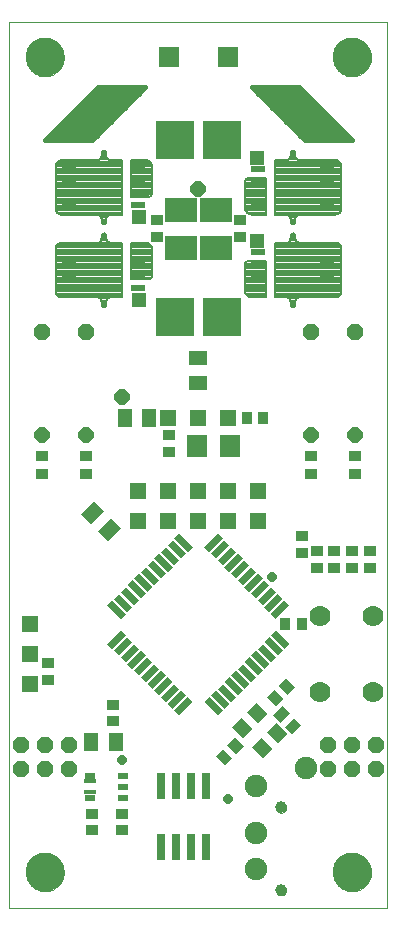
<source format=gbs>
G75*
G70*
%OFA0B0*%
%FSLAX24Y24*%
%IPPOS*%
%LPD*%
%AMOC8*
5,1,8,0,0,1.08239X$1,22.5*
%
%ADD10C,0.0000*%
%ADD11C,0.1300*%
%ADD12C,0.0157*%
%ADD13R,0.0512X0.0237*%
%ADD14R,0.0157X0.0157*%
%ADD15C,0.0079*%
%ADD16R,0.0434X0.0355*%
%ADD17R,0.0555X0.0555*%
%ADD18R,0.0355X0.0237*%
%ADD19R,0.0394X0.0118*%
%ADD20R,0.0631X0.0237*%
%ADD21R,0.0237X0.0631*%
%ADD22C,0.0394*%
%ADD23C,0.0749*%
%ADD24C,0.0700*%
%ADD25R,0.0276X0.0906*%
%ADD26OC8,0.0555*%
%ADD27R,0.0355X0.0434*%
%ADD28R,0.0473X0.0631*%
%ADD29R,0.1064X0.0827*%
%ADD30R,0.0631X0.0473*%
%ADD31R,0.0512X0.0434*%
%ADD32R,0.0709X0.0749*%
%ADD33R,0.1306X0.1306*%
%ADD34OC8,0.0512*%
%ADD35R,0.0690X0.0690*%
%ADD36R,0.0512X0.0512*%
%ADD37OC8,0.0317*%
D10*
X000139Y000927D02*
X000139Y030454D01*
X012738Y030454D01*
X012738Y000927D01*
X000139Y000927D01*
X000690Y002108D02*
X000692Y002158D01*
X000698Y002208D01*
X000708Y002257D01*
X000722Y002305D01*
X000739Y002352D01*
X000760Y002397D01*
X000785Y002441D01*
X000813Y002482D01*
X000845Y002521D01*
X000879Y002558D01*
X000916Y002592D01*
X000956Y002622D01*
X000998Y002649D01*
X001042Y002673D01*
X001088Y002694D01*
X001135Y002710D01*
X001183Y002723D01*
X001233Y002732D01*
X001282Y002737D01*
X001333Y002738D01*
X001383Y002735D01*
X001432Y002728D01*
X001481Y002717D01*
X001529Y002702D01*
X001575Y002684D01*
X001620Y002662D01*
X001663Y002636D01*
X001704Y002607D01*
X001743Y002575D01*
X001779Y002540D01*
X001811Y002502D01*
X001841Y002462D01*
X001868Y002419D01*
X001891Y002375D01*
X001910Y002329D01*
X001926Y002281D01*
X001938Y002232D01*
X001946Y002183D01*
X001950Y002133D01*
X001950Y002083D01*
X001946Y002033D01*
X001938Y001984D01*
X001926Y001935D01*
X001910Y001887D01*
X001891Y001841D01*
X001868Y001797D01*
X001841Y001754D01*
X001811Y001714D01*
X001779Y001676D01*
X001743Y001641D01*
X001704Y001609D01*
X001663Y001580D01*
X001620Y001554D01*
X001575Y001532D01*
X001529Y001514D01*
X001481Y001499D01*
X001432Y001488D01*
X001383Y001481D01*
X001333Y001478D01*
X001282Y001479D01*
X001233Y001484D01*
X001183Y001493D01*
X001135Y001506D01*
X001088Y001522D01*
X001042Y001543D01*
X000998Y001567D01*
X000956Y001594D01*
X000916Y001624D01*
X000879Y001658D01*
X000845Y001695D01*
X000813Y001734D01*
X000785Y001775D01*
X000760Y001819D01*
X000739Y001864D01*
X000722Y001911D01*
X000708Y001959D01*
X000698Y002008D01*
X000692Y002058D01*
X000690Y002108D01*
X009017Y001517D02*
X009019Y001543D01*
X009025Y001569D01*
X009035Y001594D01*
X009048Y001617D01*
X009064Y001637D01*
X009084Y001655D01*
X009106Y001670D01*
X009129Y001682D01*
X009155Y001690D01*
X009181Y001694D01*
X009207Y001694D01*
X009233Y001690D01*
X009259Y001682D01*
X009283Y001670D01*
X009304Y001655D01*
X009324Y001637D01*
X009340Y001617D01*
X009353Y001594D01*
X009363Y001569D01*
X009369Y001543D01*
X009371Y001517D01*
X009369Y001491D01*
X009363Y001465D01*
X009353Y001440D01*
X009340Y001417D01*
X009324Y001397D01*
X009304Y001379D01*
X009282Y001364D01*
X009259Y001352D01*
X009233Y001344D01*
X009207Y001340D01*
X009181Y001340D01*
X009155Y001344D01*
X009129Y001352D01*
X009105Y001364D01*
X009084Y001379D01*
X009064Y001397D01*
X009048Y001417D01*
X009035Y001440D01*
X009025Y001465D01*
X009019Y001491D01*
X009017Y001517D01*
X009017Y004273D02*
X009019Y004299D01*
X009025Y004325D01*
X009035Y004350D01*
X009048Y004373D01*
X009064Y004393D01*
X009084Y004411D01*
X009106Y004426D01*
X009129Y004438D01*
X009155Y004446D01*
X009181Y004450D01*
X009207Y004450D01*
X009233Y004446D01*
X009259Y004438D01*
X009283Y004426D01*
X009304Y004411D01*
X009324Y004393D01*
X009340Y004373D01*
X009353Y004350D01*
X009363Y004325D01*
X009369Y004299D01*
X009371Y004273D01*
X009369Y004247D01*
X009363Y004221D01*
X009353Y004196D01*
X009340Y004173D01*
X009324Y004153D01*
X009304Y004135D01*
X009282Y004120D01*
X009259Y004108D01*
X009233Y004100D01*
X009207Y004096D01*
X009181Y004096D01*
X009155Y004100D01*
X009129Y004108D01*
X009105Y004120D01*
X009084Y004135D01*
X009064Y004153D01*
X009048Y004173D01*
X009035Y004196D01*
X009025Y004221D01*
X009019Y004247D01*
X009017Y004273D01*
X010927Y002108D02*
X010929Y002158D01*
X010935Y002208D01*
X010945Y002257D01*
X010959Y002305D01*
X010976Y002352D01*
X010997Y002397D01*
X011022Y002441D01*
X011050Y002482D01*
X011082Y002521D01*
X011116Y002558D01*
X011153Y002592D01*
X011193Y002622D01*
X011235Y002649D01*
X011279Y002673D01*
X011325Y002694D01*
X011372Y002710D01*
X011420Y002723D01*
X011470Y002732D01*
X011519Y002737D01*
X011570Y002738D01*
X011620Y002735D01*
X011669Y002728D01*
X011718Y002717D01*
X011766Y002702D01*
X011812Y002684D01*
X011857Y002662D01*
X011900Y002636D01*
X011941Y002607D01*
X011980Y002575D01*
X012016Y002540D01*
X012048Y002502D01*
X012078Y002462D01*
X012105Y002419D01*
X012128Y002375D01*
X012147Y002329D01*
X012163Y002281D01*
X012175Y002232D01*
X012183Y002183D01*
X012187Y002133D01*
X012187Y002083D01*
X012183Y002033D01*
X012175Y001984D01*
X012163Y001935D01*
X012147Y001887D01*
X012128Y001841D01*
X012105Y001797D01*
X012078Y001754D01*
X012048Y001714D01*
X012016Y001676D01*
X011980Y001641D01*
X011941Y001609D01*
X011900Y001580D01*
X011857Y001554D01*
X011812Y001532D01*
X011766Y001514D01*
X011718Y001499D01*
X011669Y001488D01*
X011620Y001481D01*
X011570Y001478D01*
X011519Y001479D01*
X011470Y001484D01*
X011420Y001493D01*
X011372Y001506D01*
X011325Y001522D01*
X011279Y001543D01*
X011235Y001567D01*
X011193Y001594D01*
X011153Y001624D01*
X011116Y001658D01*
X011082Y001695D01*
X011050Y001734D01*
X011022Y001775D01*
X010997Y001819D01*
X010976Y001864D01*
X010959Y001911D01*
X010945Y001959D01*
X010935Y002008D01*
X010929Y002058D01*
X010927Y002108D01*
X010927Y029273D02*
X010929Y029323D01*
X010935Y029373D01*
X010945Y029422D01*
X010959Y029470D01*
X010976Y029517D01*
X010997Y029562D01*
X011022Y029606D01*
X011050Y029647D01*
X011082Y029686D01*
X011116Y029723D01*
X011153Y029757D01*
X011193Y029787D01*
X011235Y029814D01*
X011279Y029838D01*
X011325Y029859D01*
X011372Y029875D01*
X011420Y029888D01*
X011470Y029897D01*
X011519Y029902D01*
X011570Y029903D01*
X011620Y029900D01*
X011669Y029893D01*
X011718Y029882D01*
X011766Y029867D01*
X011812Y029849D01*
X011857Y029827D01*
X011900Y029801D01*
X011941Y029772D01*
X011980Y029740D01*
X012016Y029705D01*
X012048Y029667D01*
X012078Y029627D01*
X012105Y029584D01*
X012128Y029540D01*
X012147Y029494D01*
X012163Y029446D01*
X012175Y029397D01*
X012183Y029348D01*
X012187Y029298D01*
X012187Y029248D01*
X012183Y029198D01*
X012175Y029149D01*
X012163Y029100D01*
X012147Y029052D01*
X012128Y029006D01*
X012105Y028962D01*
X012078Y028919D01*
X012048Y028879D01*
X012016Y028841D01*
X011980Y028806D01*
X011941Y028774D01*
X011900Y028745D01*
X011857Y028719D01*
X011812Y028697D01*
X011766Y028679D01*
X011718Y028664D01*
X011669Y028653D01*
X011620Y028646D01*
X011570Y028643D01*
X011519Y028644D01*
X011470Y028649D01*
X011420Y028658D01*
X011372Y028671D01*
X011325Y028687D01*
X011279Y028708D01*
X011235Y028732D01*
X011193Y028759D01*
X011153Y028789D01*
X011116Y028823D01*
X011082Y028860D01*
X011050Y028899D01*
X011022Y028940D01*
X010997Y028984D01*
X010976Y029029D01*
X010959Y029076D01*
X010945Y029124D01*
X010935Y029173D01*
X010929Y029223D01*
X010927Y029273D01*
X000690Y029273D02*
X000692Y029323D01*
X000698Y029373D01*
X000708Y029422D01*
X000722Y029470D01*
X000739Y029517D01*
X000760Y029562D01*
X000785Y029606D01*
X000813Y029647D01*
X000845Y029686D01*
X000879Y029723D01*
X000916Y029757D01*
X000956Y029787D01*
X000998Y029814D01*
X001042Y029838D01*
X001088Y029859D01*
X001135Y029875D01*
X001183Y029888D01*
X001233Y029897D01*
X001282Y029902D01*
X001333Y029903D01*
X001383Y029900D01*
X001432Y029893D01*
X001481Y029882D01*
X001529Y029867D01*
X001575Y029849D01*
X001620Y029827D01*
X001663Y029801D01*
X001704Y029772D01*
X001743Y029740D01*
X001779Y029705D01*
X001811Y029667D01*
X001841Y029627D01*
X001868Y029584D01*
X001891Y029540D01*
X001910Y029494D01*
X001926Y029446D01*
X001938Y029397D01*
X001946Y029348D01*
X001950Y029298D01*
X001950Y029248D01*
X001946Y029198D01*
X001938Y029149D01*
X001926Y029100D01*
X001910Y029052D01*
X001891Y029006D01*
X001868Y028962D01*
X001841Y028919D01*
X001811Y028879D01*
X001779Y028841D01*
X001743Y028806D01*
X001704Y028774D01*
X001663Y028745D01*
X001620Y028719D01*
X001575Y028697D01*
X001529Y028679D01*
X001481Y028664D01*
X001432Y028653D01*
X001383Y028646D01*
X001333Y028643D01*
X001282Y028644D01*
X001233Y028649D01*
X001183Y028658D01*
X001135Y028671D01*
X001088Y028687D01*
X001042Y028708D01*
X000998Y028732D01*
X000956Y028759D01*
X000916Y028789D01*
X000879Y028823D01*
X000845Y028860D01*
X000813Y028899D01*
X000785Y028940D01*
X000760Y028984D01*
X000739Y029029D01*
X000722Y029076D01*
X000708Y029124D01*
X000698Y029173D01*
X000692Y029223D01*
X000690Y029273D01*
D11*
X001320Y029273D03*
X011557Y029273D03*
X011557Y002108D03*
X001320Y002108D03*
D12*
X001320Y026517D02*
X002895Y026517D01*
X004667Y028289D01*
X003092Y028289D01*
X001320Y026517D01*
X001467Y026664D02*
X003042Y026664D01*
X003197Y026820D02*
X001623Y026820D01*
X001779Y026976D02*
X003353Y026976D01*
X003509Y027132D02*
X001935Y027132D01*
X002091Y027287D02*
X003665Y027287D01*
X003821Y027443D02*
X002247Y027443D01*
X002403Y027599D02*
X003977Y027599D01*
X004133Y027755D02*
X002559Y027755D01*
X002715Y027911D02*
X004289Y027911D01*
X004445Y028067D02*
X002871Y028067D01*
X003027Y028223D02*
X004601Y028223D01*
X008210Y028289D02*
X009785Y028289D01*
X011557Y026517D01*
X009982Y026517D01*
X008210Y028289D01*
X008276Y028223D02*
X009851Y028223D01*
X010007Y028067D02*
X008432Y028067D01*
X008588Y027911D02*
X010163Y027911D01*
X010319Y027755D02*
X008744Y027755D01*
X008900Y027599D02*
X010475Y027599D01*
X010631Y027443D02*
X009056Y027443D01*
X009212Y027287D02*
X010787Y027287D01*
X010943Y027132D02*
X009368Y027132D01*
X009524Y026976D02*
X011098Y026976D01*
X011254Y026820D02*
X009680Y026820D01*
X009836Y026664D02*
X011410Y026664D01*
D13*
X010738Y025543D03*
X010738Y025143D03*
X010738Y024743D03*
X010738Y024343D03*
X010738Y022787D03*
X010738Y022387D03*
X010738Y021987D03*
X010738Y021587D03*
X008438Y021587D03*
X008438Y021987D03*
X008438Y022387D03*
X008438Y022787D03*
X008438Y024343D03*
X008438Y024743D03*
X008438Y025143D03*
X008438Y025543D03*
X004439Y025543D03*
X004439Y025143D03*
X004439Y024743D03*
X004439Y024343D03*
X004439Y022787D03*
X004439Y022387D03*
X004439Y021987D03*
X004439Y021587D03*
X002139Y021587D03*
X002139Y021987D03*
X002139Y022387D03*
X002139Y022787D03*
X002139Y024343D03*
X002139Y024743D03*
X002139Y025143D03*
X002139Y025543D03*
D14*
X003289Y026084D03*
X003289Y023801D03*
X003289Y023328D03*
X003289Y021045D03*
X009588Y021045D03*
X009588Y023328D03*
X009588Y023801D03*
X009588Y026084D03*
D15*
X009513Y026107D02*
X009663Y026107D01*
X009664Y026105D02*
X009656Y026124D01*
X009644Y026140D01*
X009628Y026152D01*
X009609Y026160D01*
X009588Y026163D01*
X009568Y026160D01*
X009549Y026152D01*
X009533Y026140D01*
X009520Y026124D01*
X009512Y026105D01*
X009509Y026084D01*
X009509Y026006D01*
X009506Y025970D01*
X009494Y025937D01*
X009475Y025907D01*
X009450Y025882D01*
X009420Y025864D01*
X009387Y025852D01*
X009352Y025848D01*
X008998Y025848D01*
X008998Y024037D01*
X009352Y024037D01*
X009387Y024033D01*
X009420Y024021D01*
X009450Y024003D01*
X009475Y023978D01*
X009494Y023948D01*
X009506Y023915D01*
X009509Y023880D01*
X009509Y023801D01*
X009512Y023780D01*
X009520Y023761D01*
X009533Y023745D01*
X009549Y023733D01*
X009568Y023725D01*
X009588Y023722D01*
X009609Y023725D01*
X009628Y023733D01*
X009644Y023745D01*
X009656Y023761D01*
X009664Y023780D01*
X009667Y023801D01*
X009667Y023880D01*
X009671Y023915D01*
X009683Y023948D01*
X009701Y023978D01*
X009726Y024003D01*
X009756Y024021D01*
X009789Y024033D01*
X009824Y024037D01*
X011006Y024037D01*
X011049Y024042D01*
X011091Y024057D01*
X011128Y024080D01*
X011159Y024111D01*
X011183Y024148D01*
X011197Y024190D01*
X011202Y024234D01*
X011202Y025651D01*
X011197Y025695D01*
X011183Y025737D01*
X011159Y025774D01*
X011128Y025805D01*
X011091Y025829D01*
X011049Y025843D01*
X011006Y025848D01*
X009824Y025848D01*
X009789Y025852D01*
X009756Y025864D01*
X009726Y025882D01*
X009701Y025907D01*
X009683Y025937D01*
X009671Y025970D01*
X009667Y026006D01*
X009667Y026084D01*
X009664Y026105D01*
X009667Y026030D02*
X009509Y026030D01*
X009499Y025953D02*
X009677Y025953D01*
X009737Y025875D02*
X009439Y025875D01*
X008998Y025798D02*
X011135Y025798D01*
X011188Y025721D02*
X008998Y025721D01*
X008998Y025644D02*
X011202Y025644D01*
X011202Y025566D02*
X008998Y025566D01*
X008998Y025489D02*
X011202Y025489D01*
X011202Y025412D02*
X008998Y025412D01*
X008998Y025335D02*
X011202Y025335D01*
X011202Y025257D02*
X008998Y025257D01*
X008998Y025180D02*
X011202Y025180D01*
X011202Y025103D02*
X008998Y025103D01*
X008998Y025026D02*
X011202Y025026D01*
X011202Y024949D02*
X008998Y024949D01*
X008998Y024871D02*
X011202Y024871D01*
X011202Y024794D02*
X008998Y024794D01*
X008998Y024717D02*
X011202Y024717D01*
X011202Y024640D02*
X008998Y024640D01*
X008998Y024562D02*
X011202Y024562D01*
X011202Y024485D02*
X008998Y024485D01*
X008998Y024408D02*
X011202Y024408D01*
X011202Y024331D02*
X008998Y024331D01*
X008998Y024253D02*
X011202Y024253D01*
X011193Y024176D02*
X008998Y024176D01*
X008998Y024099D02*
X011147Y024099D01*
X011049Y023087D02*
X011006Y023092D01*
X009824Y023092D01*
X009789Y023096D01*
X009756Y023108D01*
X009726Y023126D01*
X009701Y023151D01*
X009683Y023181D01*
X009671Y023215D01*
X009667Y023250D01*
X009667Y023328D01*
X009664Y023349D01*
X009656Y023368D01*
X009644Y023384D01*
X009628Y023397D01*
X009609Y023404D01*
X009588Y023407D01*
X009568Y023404D01*
X009549Y023397D01*
X009533Y023384D01*
X009520Y023368D01*
X009512Y023349D01*
X009509Y023328D01*
X009509Y023250D01*
X009506Y023215D01*
X009494Y023181D01*
X009475Y023151D01*
X009450Y023126D01*
X009420Y023108D01*
X009387Y023096D01*
X009352Y023092D01*
X008998Y023092D01*
X008998Y021281D01*
X009352Y021281D01*
X009387Y021277D01*
X009420Y021266D01*
X009450Y021247D01*
X009475Y021222D01*
X009494Y021192D01*
X009506Y021159D01*
X009509Y021124D01*
X009509Y021045D01*
X009512Y021025D01*
X009520Y021006D01*
X009533Y020989D01*
X009549Y020977D01*
X009568Y020969D01*
X009588Y020966D01*
X009609Y020969D01*
X009628Y020977D01*
X009644Y020989D01*
X009656Y021006D01*
X009664Y021025D01*
X009667Y021045D01*
X009667Y021124D01*
X009671Y021159D01*
X009683Y021192D01*
X009701Y021222D01*
X009726Y021247D01*
X009756Y021266D01*
X009789Y021277D01*
X009824Y021281D01*
X011006Y021281D01*
X011049Y021286D01*
X011091Y021301D01*
X011128Y021324D01*
X011159Y021355D01*
X011183Y021393D01*
X011197Y021434D01*
X011202Y021478D01*
X011202Y022895D01*
X011197Y022939D01*
X011183Y022981D01*
X011159Y023018D01*
X011128Y023049D01*
X011091Y023073D01*
X011049Y023087D01*
X011160Y023018D02*
X008998Y023018D01*
X008998Y022940D02*
X011197Y022940D01*
X011202Y022863D02*
X008998Y022863D01*
X008998Y022786D02*
X011202Y022786D01*
X011202Y022709D02*
X008998Y022709D01*
X008998Y022631D02*
X011202Y022631D01*
X011202Y022554D02*
X008998Y022554D01*
X008998Y022477D02*
X011202Y022477D01*
X011202Y022400D02*
X008998Y022400D01*
X008998Y022322D02*
X011202Y022322D01*
X011202Y022245D02*
X008998Y022245D01*
X008998Y022168D02*
X011202Y022168D01*
X011202Y022091D02*
X008998Y022091D01*
X008998Y022013D02*
X011202Y022013D01*
X011202Y021936D02*
X008998Y021936D01*
X008998Y021859D02*
X011202Y021859D01*
X011202Y021782D02*
X008998Y021782D01*
X008998Y021704D02*
X011202Y021704D01*
X011202Y021627D02*
X008998Y021627D01*
X008998Y021550D02*
X011202Y021550D01*
X011202Y021473D02*
X008998Y021473D01*
X008998Y021395D02*
X011184Y021395D01*
X011119Y021318D02*
X008998Y021318D01*
X008683Y021318D02*
X008084Y021318D01*
X008079Y021321D02*
X008120Y021299D01*
X008164Y021286D01*
X008210Y021281D01*
X008683Y021281D01*
X008683Y022502D01*
X008131Y022502D01*
X008096Y022498D01*
X008063Y022486D01*
X008033Y022467D01*
X008008Y022442D01*
X007990Y022412D01*
X007978Y022379D01*
X007974Y022344D01*
X007974Y021517D01*
X007979Y021471D01*
X007992Y021427D01*
X008014Y021386D01*
X008043Y021350D01*
X008079Y021321D01*
X008009Y021395D02*
X008683Y021395D01*
X008683Y021473D02*
X007978Y021473D01*
X007974Y021550D02*
X008683Y021550D01*
X008683Y021627D02*
X007974Y021627D01*
X007974Y021704D02*
X008683Y021704D01*
X008683Y021782D02*
X007974Y021782D01*
X007974Y021859D02*
X008683Y021859D01*
X008683Y021936D02*
X007974Y021936D01*
X007974Y022013D02*
X008683Y022013D01*
X008683Y022091D02*
X007974Y022091D01*
X007974Y022168D02*
X008683Y022168D01*
X008683Y022245D02*
X007974Y022245D01*
X007974Y022322D02*
X008683Y022322D01*
X008683Y022400D02*
X007985Y022400D01*
X008049Y022477D02*
X008683Y022477D01*
X009375Y023095D02*
X009801Y023095D01*
X009688Y023172D02*
X009488Y023172D01*
X009509Y023249D02*
X009667Y023249D01*
X009667Y023326D02*
X009509Y023326D01*
X009566Y023404D02*
X009610Y023404D01*
X009665Y023790D02*
X009511Y023790D01*
X009509Y023867D02*
X009667Y023867D01*
X009681Y023944D02*
X009495Y023944D01*
X009420Y024022D02*
X009757Y024022D01*
X008683Y024037D02*
X008210Y024037D01*
X008164Y024042D01*
X008120Y024055D01*
X008079Y024077D01*
X008043Y024106D01*
X008014Y024142D01*
X007992Y024183D01*
X007979Y024227D01*
X007974Y024273D01*
X007974Y025100D01*
X007978Y025135D01*
X007990Y025168D01*
X008008Y025198D01*
X008033Y025223D01*
X008063Y025242D01*
X008096Y025254D01*
X008131Y025257D01*
X008683Y025257D01*
X008683Y024037D01*
X008683Y024099D02*
X008052Y024099D01*
X007996Y024176D02*
X008683Y024176D01*
X008683Y024253D02*
X007976Y024253D01*
X007974Y024331D02*
X008683Y024331D01*
X008683Y024408D02*
X007974Y024408D01*
X007974Y024485D02*
X008683Y024485D01*
X008683Y024562D02*
X007974Y024562D01*
X007974Y024640D02*
X008683Y024640D01*
X008683Y024717D02*
X007974Y024717D01*
X007974Y024794D02*
X008683Y024794D01*
X008683Y024871D02*
X007974Y024871D01*
X007974Y024949D02*
X008683Y024949D01*
X008683Y025026D02*
X007974Y025026D01*
X007974Y025103D02*
X008683Y025103D01*
X008683Y025180D02*
X007997Y025180D01*
X009456Y021241D02*
X009720Y021241D01*
X009673Y021164D02*
X009504Y021164D01*
X009509Y021087D02*
X009667Y021087D01*
X009658Y021009D02*
X009518Y021009D01*
X004899Y021994D02*
X004903Y022029D01*
X004903Y022856D01*
X004899Y022902D01*
X004885Y022946D01*
X004863Y022987D01*
X004834Y023023D01*
X004798Y023052D01*
X004757Y023074D01*
X004713Y023088D01*
X004667Y023092D01*
X004194Y023092D01*
X004194Y021872D01*
X004746Y021872D01*
X004781Y021876D01*
X004814Y021887D01*
X004844Y021906D01*
X004869Y021931D01*
X004888Y021961D01*
X004899Y021994D01*
X004901Y022013D02*
X004194Y022013D01*
X004194Y021936D02*
X004872Y021936D01*
X004903Y022091D02*
X004194Y022091D01*
X004194Y022168D02*
X004903Y022168D01*
X004903Y022245D02*
X004194Y022245D01*
X004194Y022322D02*
X004903Y022322D01*
X004903Y022400D02*
X004194Y022400D01*
X004194Y022477D02*
X004903Y022477D01*
X004903Y022554D02*
X004194Y022554D01*
X004194Y022631D02*
X004903Y022631D01*
X004903Y022709D02*
X004194Y022709D01*
X004194Y022786D02*
X004903Y022786D01*
X004902Y022863D02*
X004194Y022863D01*
X004194Y022940D02*
X004887Y022940D01*
X004838Y023018D02*
X004194Y023018D01*
X003880Y023018D02*
X001717Y023018D01*
X001718Y023018D02*
X001694Y022981D01*
X001680Y022939D01*
X001675Y022895D01*
X001675Y021478D01*
X001680Y021434D01*
X001694Y021393D01*
X001718Y021355D01*
X001749Y021324D01*
X001786Y021301D01*
X001828Y021286D01*
X001872Y021281D01*
X003053Y021281D01*
X003088Y021277D01*
X003121Y021266D01*
X003151Y021247D01*
X003176Y021222D01*
X003195Y021192D01*
X003206Y021159D01*
X003210Y021124D01*
X003210Y021045D01*
X003213Y021025D01*
X003221Y021006D01*
X003233Y020989D01*
X003250Y020977D01*
X003269Y020969D01*
X003289Y020966D01*
X003309Y020969D01*
X003328Y020977D01*
X003345Y020989D01*
X003357Y021006D01*
X003365Y021025D01*
X003368Y021045D01*
X003368Y021124D01*
X003372Y021159D01*
X003383Y021192D01*
X003402Y021222D01*
X003427Y021247D01*
X003457Y021266D01*
X003490Y021277D01*
X003525Y021281D01*
X003880Y021281D01*
X003880Y023092D01*
X003525Y023092D01*
X003490Y023096D01*
X003457Y023108D01*
X003427Y023126D01*
X003402Y023151D01*
X003383Y023181D01*
X003372Y023215D01*
X003368Y023250D01*
X003368Y023328D01*
X003365Y023349D01*
X003357Y023368D01*
X003345Y023384D01*
X003328Y023397D01*
X003309Y023404D01*
X003289Y023407D01*
X003269Y023404D01*
X003250Y023397D01*
X003233Y023384D01*
X003221Y023368D01*
X003213Y023349D01*
X003210Y023328D01*
X003210Y023250D01*
X003206Y023215D01*
X003195Y023181D01*
X003176Y023151D01*
X003151Y023126D01*
X003121Y023108D01*
X003088Y023096D01*
X003053Y023092D01*
X001872Y023092D01*
X001828Y023087D01*
X001786Y023073D01*
X001749Y023049D01*
X001718Y023018D01*
X001680Y022940D02*
X003880Y022940D01*
X003880Y022863D02*
X001675Y022863D01*
X001675Y022786D02*
X003880Y022786D01*
X003880Y022709D02*
X001675Y022709D01*
X001675Y022631D02*
X003880Y022631D01*
X003880Y022554D02*
X001675Y022554D01*
X001675Y022477D02*
X003880Y022477D01*
X003880Y022400D02*
X001675Y022400D01*
X001675Y022322D02*
X003880Y022322D01*
X003880Y022245D02*
X001675Y022245D01*
X001675Y022168D02*
X003880Y022168D01*
X003880Y022091D02*
X001675Y022091D01*
X001675Y022013D02*
X003880Y022013D01*
X003880Y021936D02*
X001675Y021936D01*
X001675Y021859D02*
X003880Y021859D01*
X003880Y021782D02*
X001675Y021782D01*
X001675Y021704D02*
X003880Y021704D01*
X003880Y021627D02*
X001675Y021627D01*
X001675Y021550D02*
X003880Y021550D01*
X003880Y021473D02*
X001675Y021473D01*
X001693Y021395D02*
X003880Y021395D01*
X003880Y021318D02*
X001758Y021318D01*
X001872Y024037D02*
X003053Y024037D01*
X003088Y024033D01*
X003121Y024021D01*
X003151Y024003D01*
X003176Y023978D01*
X003195Y023948D01*
X003206Y023915D01*
X003210Y023880D01*
X003210Y023801D01*
X003213Y023780D01*
X003221Y023761D01*
X003233Y023745D01*
X003250Y023733D01*
X003269Y023725D01*
X003289Y023722D01*
X003309Y023725D01*
X003328Y023733D01*
X003345Y023745D01*
X003357Y023761D01*
X003365Y023780D01*
X003368Y023801D01*
X003368Y023880D01*
X003372Y023915D01*
X003383Y023948D01*
X003402Y023978D01*
X003427Y024003D01*
X003457Y024021D01*
X003490Y024033D01*
X003525Y024037D01*
X003880Y024037D01*
X003880Y025848D01*
X003525Y025848D01*
X003490Y025852D01*
X003457Y025864D01*
X003427Y025882D01*
X003402Y025907D01*
X003383Y025937D01*
X003372Y025970D01*
X003368Y026006D01*
X003368Y026084D01*
X003365Y026105D01*
X003357Y026124D01*
X003345Y026140D01*
X003328Y026152D01*
X003309Y026160D01*
X003289Y026163D01*
X003269Y026160D01*
X003250Y026152D01*
X003233Y026140D01*
X003221Y026124D01*
X003213Y026105D01*
X003210Y026084D01*
X003210Y026006D01*
X003206Y025970D01*
X003195Y025937D01*
X003176Y025907D01*
X003151Y025882D01*
X003121Y025864D01*
X003088Y025852D01*
X003053Y025848D01*
X001872Y025848D01*
X001828Y025843D01*
X001786Y025829D01*
X001749Y025805D01*
X001718Y025774D01*
X001694Y025737D01*
X001680Y025695D01*
X001675Y025651D01*
X001675Y024234D01*
X001680Y024190D01*
X001694Y024148D01*
X001718Y024111D01*
X001749Y024080D01*
X001786Y024057D01*
X001828Y024042D01*
X001872Y024037D01*
X001730Y024099D02*
X003880Y024099D01*
X003880Y024176D02*
X001685Y024176D01*
X001675Y024253D02*
X003880Y024253D01*
X003880Y024331D02*
X001675Y024331D01*
X001675Y024408D02*
X003880Y024408D01*
X003880Y024485D02*
X001675Y024485D01*
X001675Y024562D02*
X003880Y024562D01*
X003880Y024640D02*
X001675Y024640D01*
X001675Y024717D02*
X003880Y024717D01*
X003880Y024794D02*
X001675Y024794D01*
X001675Y024871D02*
X003880Y024871D01*
X003880Y024949D02*
X001675Y024949D01*
X001675Y025026D02*
X003880Y025026D01*
X003880Y025103D02*
X001675Y025103D01*
X001675Y025180D02*
X003880Y025180D01*
X003880Y025257D02*
X001675Y025257D01*
X001675Y025335D02*
X003880Y025335D01*
X003880Y025412D02*
X001675Y025412D01*
X001675Y025489D02*
X003880Y025489D01*
X003880Y025566D02*
X001675Y025566D01*
X001675Y025644D02*
X003880Y025644D01*
X003880Y025721D02*
X001689Y025721D01*
X001742Y025798D02*
X003880Y025798D01*
X004194Y025798D02*
X004810Y025798D01*
X004798Y025808D02*
X004757Y025830D01*
X004713Y025843D01*
X004667Y025848D01*
X004194Y025848D01*
X004194Y024628D01*
X004746Y024628D01*
X004781Y024632D01*
X004814Y024643D01*
X004844Y024662D01*
X004869Y024687D01*
X004888Y024717D01*
X004194Y024717D01*
X004194Y024794D02*
X004903Y024794D01*
X004903Y024785D02*
X004903Y025612D01*
X004899Y025658D01*
X004885Y025702D01*
X004863Y025743D01*
X004834Y025779D01*
X004798Y025808D01*
X004875Y025721D02*
X004194Y025721D01*
X004194Y025644D02*
X004900Y025644D01*
X004903Y025566D02*
X004194Y025566D01*
X004194Y025489D02*
X004903Y025489D01*
X004903Y025412D02*
X004194Y025412D01*
X004194Y025335D02*
X004903Y025335D01*
X004903Y025257D02*
X004194Y025257D01*
X004194Y025180D02*
X004903Y025180D01*
X004903Y025103D02*
X004194Y025103D01*
X004194Y025026D02*
X004903Y025026D01*
X004903Y024949D02*
X004194Y024949D01*
X004194Y024871D02*
X004903Y024871D01*
X004903Y024785D02*
X004899Y024750D01*
X004888Y024717D01*
X004804Y024640D02*
X004194Y024640D01*
X003502Y023095D02*
X003076Y023095D01*
X003189Y023172D02*
X003389Y023172D01*
X003368Y023249D02*
X003210Y023249D01*
X003210Y023326D02*
X003368Y023326D01*
X003311Y023404D02*
X003267Y023404D01*
X003212Y023790D02*
X003366Y023790D01*
X003368Y023867D02*
X003210Y023867D01*
X003196Y023944D02*
X003382Y023944D01*
X003458Y024022D02*
X003120Y024022D01*
X003140Y025875D02*
X003438Y025875D01*
X003378Y025953D02*
X003200Y025953D01*
X003210Y026030D02*
X003368Y026030D01*
X003364Y026107D02*
X003214Y026107D01*
X003157Y021241D02*
X003421Y021241D01*
X003373Y021164D02*
X003205Y021164D01*
X003210Y021087D02*
X003368Y021087D01*
X003359Y021009D02*
X003219Y021009D01*
D16*
X005061Y023289D03*
X005061Y023840D03*
X007817Y023840D03*
X007817Y023289D03*
X005454Y016675D03*
X005454Y016124D03*
X002698Y015986D03*
X002698Y015395D03*
X001222Y015395D03*
X001222Y015986D03*
X001419Y009076D03*
X001419Y008525D03*
X002895Y004057D03*
X002895Y003506D03*
X003880Y003506D03*
X003880Y004057D03*
X003584Y007147D03*
X003584Y007698D03*
X009883Y012757D03*
X009883Y013309D03*
X010376Y012836D03*
X010376Y012246D03*
X010966Y012246D03*
X010966Y012836D03*
X011557Y012836D03*
X011557Y012246D03*
X012147Y012246D03*
X012147Y012836D03*
X011655Y015395D03*
X011655Y015986D03*
X010179Y015986D03*
X010179Y015395D03*
D17*
X008439Y014813D03*
X008439Y013813D03*
X007439Y013813D03*
X007439Y014813D03*
X006439Y014813D03*
X006439Y013813D03*
X005439Y013813D03*
X005439Y014813D03*
X004439Y014813D03*
X004439Y013813D03*
X005439Y017265D03*
X006439Y017265D03*
X007439Y017265D03*
X000828Y010391D03*
X000828Y009391D03*
X000828Y008391D03*
D18*
X002836Y005336D03*
X002836Y004588D03*
X003939Y004588D03*
X003939Y004962D03*
X003939Y005336D03*
D19*
X002836Y005139D03*
X002836Y004785D03*
D20*
G36*
X003849Y010571D02*
X003404Y011016D01*
X003571Y011183D01*
X004016Y010738D01*
X003849Y010571D01*
G37*
G36*
X004072Y010793D02*
X003627Y011238D01*
X003794Y011405D01*
X004239Y010960D01*
X004072Y010793D01*
G37*
G36*
X004295Y011016D02*
X003850Y011461D01*
X004017Y011628D01*
X004462Y011183D01*
X004295Y011016D01*
G37*
G36*
X004518Y011239D02*
X004073Y011684D01*
X004240Y011851D01*
X004685Y011406D01*
X004518Y011239D01*
G37*
G36*
X004740Y011462D02*
X004295Y011907D01*
X004462Y012074D01*
X004907Y011629D01*
X004740Y011462D01*
G37*
G36*
X004963Y011684D02*
X004518Y012129D01*
X004685Y012296D01*
X005130Y011851D01*
X004963Y011684D01*
G37*
G36*
X005186Y011907D02*
X004741Y012352D01*
X004908Y012519D01*
X005353Y012074D01*
X005186Y011907D01*
G37*
G36*
X005408Y012130D02*
X004963Y012575D01*
X005130Y012742D01*
X005575Y012297D01*
X005408Y012130D01*
G37*
G36*
X005631Y012352D02*
X005186Y012797D01*
X005353Y012964D01*
X005798Y012519D01*
X005631Y012352D01*
G37*
G36*
X005854Y012575D02*
X005409Y013020D01*
X005576Y013187D01*
X006021Y012742D01*
X005854Y012575D01*
G37*
G36*
X006076Y012798D02*
X005631Y013243D01*
X005798Y013410D01*
X006243Y012965D01*
X006076Y012798D01*
G37*
G36*
X007970Y008232D02*
X007525Y008677D01*
X007692Y008844D01*
X008137Y008399D01*
X007970Y008232D01*
G37*
G36*
X007747Y008010D02*
X007302Y008455D01*
X007469Y008622D01*
X007914Y008177D01*
X007747Y008010D01*
G37*
G36*
X008192Y008455D02*
X007747Y008900D01*
X007914Y009067D01*
X008359Y008622D01*
X008192Y008455D01*
G37*
G36*
X008415Y008678D02*
X007970Y009123D01*
X008137Y009290D01*
X008582Y008845D01*
X008415Y008678D01*
G37*
G36*
X008638Y008900D02*
X008193Y009345D01*
X008360Y009512D01*
X008805Y009067D01*
X008638Y008900D01*
G37*
G36*
X008860Y009123D02*
X008415Y009568D01*
X008582Y009735D01*
X009027Y009290D01*
X008860Y009123D01*
G37*
G36*
X009083Y009346D02*
X008638Y009791D01*
X008805Y009958D01*
X009250Y009513D01*
X009083Y009346D01*
G37*
G36*
X009306Y009568D02*
X008861Y010013D01*
X009028Y010180D01*
X009473Y009735D01*
X009306Y009568D01*
G37*
G36*
X007524Y007787D02*
X007079Y008232D01*
X007246Y008399D01*
X007691Y007954D01*
X007524Y007787D01*
G37*
G36*
X007301Y007564D02*
X006856Y008009D01*
X007023Y008176D01*
X007468Y007731D01*
X007301Y007564D01*
G37*
G36*
X007079Y007341D02*
X006634Y007786D01*
X006801Y007953D01*
X007246Y007508D01*
X007079Y007341D01*
G37*
D21*
G36*
X005798Y007341D02*
X005631Y007508D01*
X006076Y007953D01*
X006243Y007786D01*
X005798Y007341D01*
G37*
G36*
X005576Y007564D02*
X005409Y007731D01*
X005854Y008176D01*
X006021Y008009D01*
X005576Y007564D01*
G37*
G36*
X005353Y007787D02*
X005186Y007954D01*
X005631Y008399D01*
X005798Y008232D01*
X005353Y007787D01*
G37*
G36*
X005130Y008010D02*
X004963Y008177D01*
X005408Y008622D01*
X005575Y008455D01*
X005130Y008010D01*
G37*
G36*
X004908Y008232D02*
X004741Y008399D01*
X005186Y008844D01*
X005353Y008677D01*
X004908Y008232D01*
G37*
G36*
X004685Y008455D02*
X004518Y008622D01*
X004963Y009067D01*
X005130Y008900D01*
X004685Y008455D01*
G37*
G36*
X004462Y008678D02*
X004295Y008845D01*
X004740Y009290D01*
X004907Y009123D01*
X004462Y008678D01*
G37*
G36*
X004240Y008900D02*
X004073Y009067D01*
X004518Y009512D01*
X004685Y009345D01*
X004240Y008900D01*
G37*
G36*
X004017Y009123D02*
X003850Y009290D01*
X004295Y009735D01*
X004462Y009568D01*
X004017Y009123D01*
G37*
G36*
X003794Y009346D02*
X003627Y009513D01*
X004072Y009958D01*
X004239Y009791D01*
X003794Y009346D01*
G37*
G36*
X003571Y009568D02*
X003404Y009735D01*
X003849Y010180D01*
X004016Y010013D01*
X003571Y009568D01*
G37*
G36*
X006801Y012798D02*
X006634Y012965D01*
X007079Y013410D01*
X007246Y013243D01*
X006801Y012798D01*
G37*
G36*
X007023Y012575D02*
X006856Y012742D01*
X007301Y013187D01*
X007468Y013020D01*
X007023Y012575D01*
G37*
G36*
X007246Y012352D02*
X007079Y012519D01*
X007524Y012964D01*
X007691Y012797D01*
X007246Y012352D01*
G37*
G36*
X007469Y012130D02*
X007302Y012297D01*
X007747Y012742D01*
X007914Y012575D01*
X007469Y012130D01*
G37*
G36*
X007692Y011907D02*
X007525Y012074D01*
X007970Y012519D01*
X008137Y012352D01*
X007692Y011907D01*
G37*
G36*
X007914Y011684D02*
X007747Y011851D01*
X008192Y012296D01*
X008359Y012129D01*
X007914Y011684D01*
G37*
G36*
X008137Y011462D02*
X007970Y011629D01*
X008415Y012074D01*
X008582Y011907D01*
X008137Y011462D01*
G37*
G36*
X008360Y011239D02*
X008193Y011406D01*
X008638Y011851D01*
X008805Y011684D01*
X008360Y011239D01*
G37*
G36*
X008582Y011016D02*
X008415Y011183D01*
X008860Y011628D01*
X009027Y011461D01*
X008582Y011016D01*
G37*
G36*
X008805Y010793D02*
X008638Y010960D01*
X009083Y011405D01*
X009250Y011238D01*
X008805Y010793D01*
G37*
G36*
X009028Y010571D02*
X008861Y010738D01*
X009306Y011183D01*
X009473Y011016D01*
X009028Y010571D01*
G37*
D22*
X009194Y004273D03*
X009194Y001517D03*
D23*
X008368Y002226D03*
X008368Y003407D03*
X008368Y004982D03*
X010021Y005572D03*
D24*
X010474Y008112D03*
X010474Y010671D03*
X012246Y010671D03*
X012246Y008112D03*
D25*
X006696Y005002D03*
X006196Y005002D03*
X005696Y005002D03*
X005196Y005002D03*
X005196Y002954D03*
X005696Y002954D03*
X006196Y002954D03*
X006696Y002954D03*
D26*
X010769Y005553D03*
X010769Y006340D03*
X011557Y006340D03*
X011557Y005553D03*
X012344Y005553D03*
X012344Y006340D03*
X011655Y020120D03*
X010179Y020120D03*
X002698Y020120D03*
X001222Y020120D03*
X001320Y006340D03*
X001320Y005553D03*
X000533Y005553D03*
X000533Y006340D03*
X002108Y006340D03*
X002108Y005553D03*
D27*
G36*
X007009Y005976D02*
X007259Y006226D01*
X007565Y005920D01*
X007315Y005670D01*
X007009Y005976D01*
G37*
G36*
X007399Y006366D02*
X007649Y006616D01*
X007955Y006310D01*
X007705Y006060D01*
X007399Y006366D01*
G37*
G36*
X009278Y007889D02*
X009028Y007639D01*
X008722Y007945D01*
X008972Y008195D01*
X009278Y007889D01*
G37*
G36*
X009168Y007103D02*
X008918Y007353D01*
X009224Y007659D01*
X009474Y007409D01*
X009168Y007103D01*
G37*
G36*
X009558Y006714D02*
X009308Y006964D01*
X009614Y007270D01*
X009864Y007020D01*
X009558Y006714D01*
G37*
G36*
X009667Y008279D02*
X009417Y008029D01*
X009111Y008335D01*
X009361Y008585D01*
X009667Y008279D01*
G37*
X009883Y010376D03*
X009332Y010376D03*
X008604Y017265D03*
X008053Y017265D03*
D28*
X004805Y017265D03*
X003978Y017265D03*
G36*
X002953Y014502D02*
X003287Y014168D01*
X002843Y013724D01*
X002509Y014058D01*
X002953Y014502D01*
G37*
G36*
X003538Y013917D02*
X003872Y013583D01*
X003428Y013139D01*
X003094Y013473D01*
X003538Y013917D01*
G37*
X003683Y006439D03*
X002856Y006439D03*
D29*
X005848Y022935D03*
X005848Y024194D03*
X007029Y024194D03*
X007029Y022935D03*
D30*
X006439Y019254D03*
X006439Y018427D03*
D31*
G36*
X008429Y007083D02*
X008068Y007444D01*
X008375Y007751D01*
X008736Y007390D01*
X008429Y007083D01*
G37*
G36*
X008596Y005914D02*
X008235Y006275D01*
X008542Y006582D01*
X008903Y006221D01*
X008596Y005914D01*
G37*
G36*
X009097Y006415D02*
X008736Y006776D01*
X009043Y007083D01*
X009404Y006722D01*
X009097Y006415D01*
G37*
G36*
X007928Y006582D02*
X007567Y006943D01*
X007874Y007250D01*
X008235Y006889D01*
X007928Y006582D01*
G37*
D32*
X007502Y016320D03*
X006399Y016320D03*
D33*
X005651Y020612D03*
X007226Y020612D03*
X007226Y026517D03*
X005651Y026517D03*
D34*
X006439Y024903D03*
X003880Y017954D03*
X002698Y016675D03*
X001222Y016675D03*
X010179Y016675D03*
X011655Y016675D03*
D35*
X007423Y029273D03*
X005454Y029273D03*
D36*
X004470Y023958D03*
X004470Y021202D03*
X008407Y023171D03*
X008407Y025927D03*
D37*
X008899Y011950D03*
X007423Y004549D03*
X003880Y005848D03*
M02*

</source>
